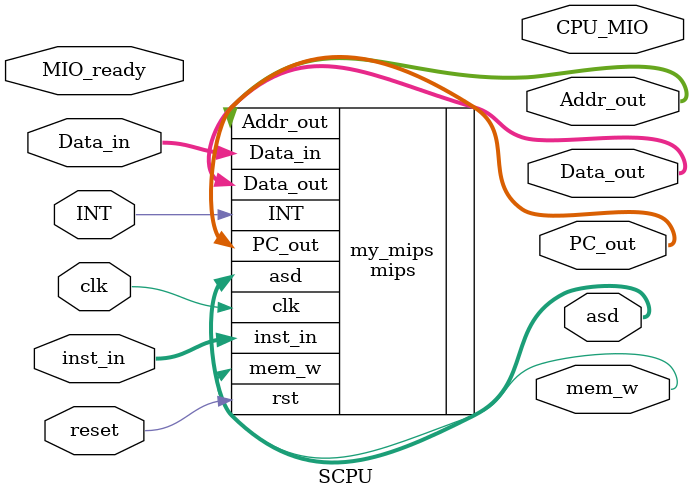
<source format=v>
`timescale 1ns / 1ps
module SCPU(	input clk,			//
					input reset,
					input MIO_ready,
									
					input [31:0]inst_in,
					input [31:0]Data_in,	
									
					output mem_w,
					output[31:0]PC_out,
					output[31:0]Addr_out,
					output[31:0]Data_out, 
					output CPU_MIO,
					input INT,
					output [31:0] asd
				);
mips my_mips(.clk(clk), .rst(reset), .inst_in(inst_in),
.Data_in(Data_in), .mem_w(mem_w), 
.PC_out(PC_out), .Addr_out(Addr_out), 
.Data_out(Data_out), .INT(INT),
.asd(asd));
				  
endmodule

</source>
